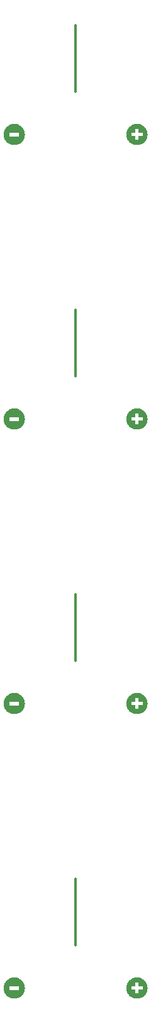
<source format=gbr>
%TF.GenerationSoftware,KiCad,Pcbnew,8.0.6*%
%TF.CreationDate,2025-04-05T09:24:32-04:00*%
%TF.ProjectId,BlindsPanel,426c696e-6473-4506-916e-656c2e6b6963,rev?*%
%TF.SameCoordinates,Original*%
%TF.FileFunction,Legend,Top*%
%TF.FilePolarity,Positive*%
%FSLAX46Y46*%
G04 Gerber Fmt 4.6, Leading zero omitted, Abs format (unit mm)*
G04 Created by KiCad (PCBNEW 8.0.6) date 2025-04-05 09:24:32*
%MOMM*%
%LPD*%
G01*
G04 APERTURE LIST*
%ADD10C,0.300000*%
%ADD11C,0.000000*%
G04 APERTURE END LIST*
D10*
X101600000Y-133350000D02*
X101600000Y-124460000D01*
D11*
G36*
X93418632Y-175735995D02*
G01*
X93491298Y-175741518D01*
X93562911Y-175750613D01*
X93633378Y-175763190D01*
X93702611Y-175779160D01*
X93770520Y-175798432D01*
X93837014Y-175820918D01*
X93902003Y-175846526D01*
X93965398Y-175875169D01*
X94027108Y-175906754D01*
X94087043Y-175941194D01*
X94145113Y-175978397D01*
X94201228Y-176018275D01*
X94255298Y-176060738D01*
X94307233Y-176105695D01*
X94356943Y-176153056D01*
X94404338Y-176202733D01*
X94449328Y-176254636D01*
X94491823Y-176308673D01*
X94531732Y-176364757D01*
X94568966Y-176422797D01*
X94603435Y-176482702D01*
X94635049Y-176544384D01*
X94663717Y-176607753D01*
X94689349Y-176672718D01*
X94711856Y-176739191D01*
X94731147Y-176807081D01*
X94747133Y-176876298D01*
X94759723Y-176946753D01*
X94768828Y-177018355D01*
X94774357Y-177091016D01*
X94776220Y-177164645D01*
X94774357Y-177238339D01*
X94768828Y-177311060D01*
X94759723Y-177382719D01*
X94747133Y-177453227D01*
X94731147Y-177522493D01*
X94711856Y-177590429D01*
X94689349Y-177656943D01*
X94663716Y-177721948D01*
X94635048Y-177785352D01*
X94603435Y-177847067D01*
X94568966Y-177907003D01*
X94531732Y-177965070D01*
X94491823Y-178021178D01*
X94449328Y-178075238D01*
X94404338Y-178127160D01*
X94356943Y-178176855D01*
X94307233Y-178224233D01*
X94255298Y-178269203D01*
X94201228Y-178311677D01*
X94145112Y-178351565D01*
X94087042Y-178388778D01*
X94027107Y-178423224D01*
X93965398Y-178454816D01*
X93902003Y-178483463D01*
X93837014Y-178509075D01*
X93770520Y-178531563D01*
X93702611Y-178550838D01*
X93633378Y-178566809D01*
X93562910Y-178579387D01*
X93491298Y-178588482D01*
X93418631Y-178594005D01*
X93345000Y-178595866D01*
X93271369Y-178594005D01*
X93198702Y-178588482D01*
X93127090Y-178579387D01*
X93056622Y-178566809D01*
X92987389Y-178550838D01*
X92919480Y-178531563D01*
X92852986Y-178509075D01*
X92787997Y-178483463D01*
X92724602Y-178454816D01*
X92662893Y-178423224D01*
X92602958Y-178388778D01*
X92544888Y-178351565D01*
X92488772Y-178311677D01*
X92434702Y-178269203D01*
X92382767Y-178224233D01*
X92333057Y-178176855D01*
X92285662Y-178127160D01*
X92240672Y-178075238D01*
X92198177Y-178021178D01*
X92158268Y-177965070D01*
X92121034Y-177907003D01*
X92086565Y-177847067D01*
X92054952Y-177785352D01*
X92026284Y-177721948D01*
X92000651Y-177656943D01*
X91978144Y-177590429D01*
X91958853Y-177522493D01*
X91942867Y-177453227D01*
X91937197Y-177421474D01*
X91930277Y-177382719D01*
X91921172Y-177311060D01*
X91915644Y-177238339D01*
X91913781Y-177164645D01*
X91915644Y-177091017D01*
X91921172Y-177018357D01*
X91930277Y-176946754D01*
X91937170Y-176908183D01*
X92690950Y-176908183D01*
X92690950Y-177421474D01*
X93999403Y-177421474D01*
X93999403Y-176908183D01*
X92690950Y-176908183D01*
X91937170Y-176908183D01*
X91942867Y-176876300D01*
X91958853Y-176807083D01*
X91978144Y-176739194D01*
X92000651Y-176672722D01*
X92026284Y-176607756D01*
X92054952Y-176544388D01*
X92086565Y-176482706D01*
X92121034Y-176422800D01*
X92158268Y-176364760D01*
X92198177Y-176308677D01*
X92240672Y-176254639D01*
X92285662Y-176202736D01*
X92333057Y-176153059D01*
X92382767Y-176105697D01*
X92434702Y-176060740D01*
X92488772Y-176018277D01*
X92544888Y-175978399D01*
X92602958Y-175941196D01*
X92662893Y-175906756D01*
X92724602Y-175875170D01*
X92787997Y-175846527D01*
X92852986Y-175820919D01*
X92919480Y-175798433D01*
X92987389Y-175779160D01*
X93056622Y-175763190D01*
X93127090Y-175750613D01*
X93198702Y-175741518D01*
X93271369Y-175735995D01*
X93345000Y-175734134D01*
X93418632Y-175735995D01*
G37*
G36*
X93418632Y-137635995D02*
G01*
X93491298Y-137641518D01*
X93562911Y-137650613D01*
X93633378Y-137663190D01*
X93702611Y-137679160D01*
X93770520Y-137698432D01*
X93837014Y-137720918D01*
X93902003Y-137746526D01*
X93965398Y-137775169D01*
X94027108Y-137806754D01*
X94087043Y-137841194D01*
X94145113Y-137878397D01*
X94201228Y-137918275D01*
X94255298Y-137960738D01*
X94307233Y-138005695D01*
X94356943Y-138053056D01*
X94404338Y-138102733D01*
X94449328Y-138154636D01*
X94491823Y-138208673D01*
X94531732Y-138264757D01*
X94568966Y-138322797D01*
X94603435Y-138382702D01*
X94635049Y-138444384D01*
X94663717Y-138507753D01*
X94689349Y-138572718D01*
X94711856Y-138639191D01*
X94731147Y-138707081D01*
X94747133Y-138776298D01*
X94759723Y-138846753D01*
X94768828Y-138918355D01*
X94774357Y-138991016D01*
X94776220Y-139064645D01*
X94774357Y-139138339D01*
X94768828Y-139211060D01*
X94759723Y-139282719D01*
X94747133Y-139353227D01*
X94731147Y-139422493D01*
X94711856Y-139490429D01*
X94689349Y-139556943D01*
X94663716Y-139621948D01*
X94635048Y-139685352D01*
X94603435Y-139747067D01*
X94568966Y-139807003D01*
X94531732Y-139865070D01*
X94491823Y-139921178D01*
X94449328Y-139975238D01*
X94404338Y-140027160D01*
X94356943Y-140076855D01*
X94307233Y-140124233D01*
X94255298Y-140169203D01*
X94201228Y-140211677D01*
X94145112Y-140251565D01*
X94087042Y-140288778D01*
X94027107Y-140323224D01*
X93965398Y-140354816D01*
X93902003Y-140383463D01*
X93837014Y-140409075D01*
X93770520Y-140431563D01*
X93702611Y-140450838D01*
X93633378Y-140466809D01*
X93562910Y-140479387D01*
X93491298Y-140488482D01*
X93418631Y-140494005D01*
X93345000Y-140495866D01*
X93271369Y-140494005D01*
X93198702Y-140488482D01*
X93127090Y-140479387D01*
X93056622Y-140466809D01*
X92987389Y-140450838D01*
X92919480Y-140431563D01*
X92852986Y-140409075D01*
X92787997Y-140383463D01*
X92724602Y-140354816D01*
X92662893Y-140323224D01*
X92602958Y-140288778D01*
X92544888Y-140251565D01*
X92488772Y-140211677D01*
X92434702Y-140169203D01*
X92382767Y-140124233D01*
X92333057Y-140076855D01*
X92285662Y-140027160D01*
X92240672Y-139975238D01*
X92198177Y-139921178D01*
X92158268Y-139865070D01*
X92121034Y-139807003D01*
X92086565Y-139747067D01*
X92054952Y-139685352D01*
X92026284Y-139621948D01*
X92000651Y-139556943D01*
X91978144Y-139490429D01*
X91958853Y-139422493D01*
X91942867Y-139353227D01*
X91937197Y-139321474D01*
X91930277Y-139282719D01*
X91921172Y-139211060D01*
X91915644Y-139138339D01*
X91913781Y-139064645D01*
X91915644Y-138991017D01*
X91921172Y-138918357D01*
X91930277Y-138846754D01*
X91937170Y-138808183D01*
X92690950Y-138808183D01*
X92690950Y-139321474D01*
X93999403Y-139321474D01*
X93999403Y-138808183D01*
X92690950Y-138808183D01*
X91937170Y-138808183D01*
X91942867Y-138776300D01*
X91958853Y-138707083D01*
X91978144Y-138639194D01*
X92000651Y-138572722D01*
X92026284Y-138507756D01*
X92054952Y-138444388D01*
X92086565Y-138382706D01*
X92121034Y-138322800D01*
X92158268Y-138264760D01*
X92198177Y-138208677D01*
X92240672Y-138154639D01*
X92285662Y-138102736D01*
X92333057Y-138053059D01*
X92382767Y-138005697D01*
X92434702Y-137960740D01*
X92488772Y-137918277D01*
X92544888Y-137878399D01*
X92602958Y-137841196D01*
X92662893Y-137806756D01*
X92724602Y-137775170D01*
X92787997Y-137746527D01*
X92852986Y-137720919D01*
X92919480Y-137698433D01*
X92987389Y-137679160D01*
X93056622Y-137663190D01*
X93127090Y-137650613D01*
X93198702Y-137641518D01*
X93271369Y-137635995D01*
X93345000Y-137634134D01*
X93418632Y-137635995D01*
G37*
G36*
X109928744Y-61435994D02*
G01*
X110001350Y-61441517D01*
X110072906Y-61450612D01*
X110143322Y-61463189D01*
X110212506Y-61479159D01*
X110280369Y-61498432D01*
X110346821Y-61520917D01*
X110411772Y-61546526D01*
X110475130Y-61575168D01*
X110536808Y-61606754D01*
X110596713Y-61641194D01*
X110654756Y-61678398D01*
X110710846Y-61718275D01*
X110764894Y-61760738D01*
X110816810Y-61805695D01*
X110866502Y-61853057D01*
X110913882Y-61902734D01*
X110958858Y-61954636D01*
X111001341Y-62008674D01*
X111041240Y-62064758D01*
X111078466Y-62122798D01*
X111112927Y-62182703D01*
X111144535Y-62244386D01*
X111173198Y-62307754D01*
X111198827Y-62372720D01*
X111221331Y-62439193D01*
X111240621Y-62507082D01*
X111256605Y-62576300D01*
X111269195Y-62646754D01*
X111278299Y-62718357D01*
X111283827Y-62791018D01*
X111285690Y-62864647D01*
X111283827Y-62938340D01*
X111278299Y-63011061D01*
X111269195Y-63082720D01*
X111256605Y-63153228D01*
X111240621Y-63222494D01*
X111221331Y-63290429D01*
X111198827Y-63356943D01*
X111173198Y-63421948D01*
X111144535Y-63485352D01*
X111112927Y-63547067D01*
X111078466Y-63607003D01*
X111041240Y-63665070D01*
X111001341Y-63721178D01*
X110958858Y-63775238D01*
X110913882Y-63827160D01*
X110866502Y-63876855D01*
X110816810Y-63924232D01*
X110764894Y-63969203D01*
X110710846Y-64011677D01*
X110654756Y-64051565D01*
X110596713Y-64088777D01*
X110536808Y-64123224D01*
X110475130Y-64154816D01*
X110411772Y-64183463D01*
X110346821Y-64209075D01*
X110280369Y-64231564D01*
X110212506Y-64250838D01*
X110143322Y-64266809D01*
X110072906Y-64279387D01*
X110001350Y-64288483D01*
X109928744Y-64294006D01*
X109855177Y-64295867D01*
X109781484Y-64294006D01*
X109708766Y-64288483D01*
X109637112Y-64279387D01*
X109566611Y-64266809D01*
X109497353Y-64250838D01*
X109429427Y-64231564D01*
X109362924Y-64209075D01*
X109297931Y-64183463D01*
X109234540Y-64154816D01*
X109172838Y-64123224D01*
X109112917Y-64088777D01*
X109054866Y-64051565D01*
X108998773Y-64011677D01*
X108944729Y-63969203D01*
X108892824Y-63924232D01*
X108843145Y-63876855D01*
X108795784Y-63827160D01*
X108750830Y-63775238D01*
X108708372Y-63721178D01*
X108668500Y-63665070D01*
X108631303Y-63607003D01*
X108596871Y-63547067D01*
X108565293Y-63485352D01*
X108536659Y-63421948D01*
X108511058Y-63356943D01*
X108488581Y-63290429D01*
X108469315Y-63222494D01*
X108453352Y-63153228D01*
X108440781Y-63082720D01*
X108439431Y-63072081D01*
X109103407Y-63072081D01*
X109649860Y-63072081D01*
X109649860Y-63615005D01*
X110064021Y-63615005D01*
X110064021Y-63072081D01*
X110606946Y-63072081D01*
X110606946Y-62657920D01*
X110064021Y-62657920D01*
X110064021Y-62114995D01*
X109649860Y-62114995D01*
X109649860Y-62657920D01*
X109103407Y-62657920D01*
X109103407Y-63072081D01*
X108439431Y-63072081D01*
X108431690Y-63011061D01*
X108426170Y-62938340D01*
X108424310Y-62864647D01*
X108426170Y-62791018D01*
X108431690Y-62718357D01*
X108439363Y-62657920D01*
X108440781Y-62646754D01*
X108453352Y-62576300D01*
X108469315Y-62507082D01*
X108488581Y-62439193D01*
X108511058Y-62372720D01*
X108536659Y-62307754D01*
X108565293Y-62244386D01*
X108596871Y-62182704D01*
X108631303Y-62122798D01*
X108668500Y-62064758D01*
X108708372Y-62008674D01*
X108750830Y-61954636D01*
X108795784Y-61902734D01*
X108843145Y-61853057D01*
X108892824Y-61805695D01*
X108944729Y-61760738D01*
X108998773Y-61718275D01*
X109054866Y-61678398D01*
X109112917Y-61641194D01*
X109172838Y-61606754D01*
X109234540Y-61575168D01*
X109297931Y-61546526D01*
X109362924Y-61520917D01*
X109429427Y-61498432D01*
X109497353Y-61479159D01*
X109566611Y-61463189D01*
X109637112Y-61450612D01*
X109708766Y-61441517D01*
X109781484Y-61435994D01*
X109855177Y-61434133D01*
X109928744Y-61435994D01*
G37*
D10*
X101600000Y-171450000D02*
X101600000Y-162560000D01*
D11*
G36*
X93418632Y-61435995D02*
G01*
X93491298Y-61441518D01*
X93562911Y-61450613D01*
X93633378Y-61463190D01*
X93702611Y-61479160D01*
X93770520Y-61498432D01*
X93837014Y-61520918D01*
X93902003Y-61546526D01*
X93965398Y-61575169D01*
X94027108Y-61606754D01*
X94087043Y-61641194D01*
X94145113Y-61678397D01*
X94201228Y-61718275D01*
X94255298Y-61760738D01*
X94307233Y-61805695D01*
X94356943Y-61853056D01*
X94404338Y-61902733D01*
X94449328Y-61954636D01*
X94491823Y-62008673D01*
X94531732Y-62064757D01*
X94568966Y-62122797D01*
X94603435Y-62182702D01*
X94635049Y-62244384D01*
X94663717Y-62307753D01*
X94689349Y-62372718D01*
X94711856Y-62439191D01*
X94731147Y-62507081D01*
X94747133Y-62576298D01*
X94759723Y-62646753D01*
X94768828Y-62718355D01*
X94774357Y-62791016D01*
X94776220Y-62864645D01*
X94774357Y-62938339D01*
X94768828Y-63011060D01*
X94759723Y-63082719D01*
X94747133Y-63153227D01*
X94731147Y-63222493D01*
X94711856Y-63290429D01*
X94689349Y-63356943D01*
X94663716Y-63421948D01*
X94635048Y-63485352D01*
X94603435Y-63547067D01*
X94568966Y-63607003D01*
X94531732Y-63665070D01*
X94491823Y-63721178D01*
X94449328Y-63775238D01*
X94404338Y-63827160D01*
X94356943Y-63876855D01*
X94307233Y-63924233D01*
X94255298Y-63969203D01*
X94201228Y-64011677D01*
X94145112Y-64051565D01*
X94087042Y-64088778D01*
X94027107Y-64123224D01*
X93965398Y-64154816D01*
X93902003Y-64183463D01*
X93837014Y-64209075D01*
X93770520Y-64231563D01*
X93702611Y-64250838D01*
X93633378Y-64266809D01*
X93562910Y-64279387D01*
X93491298Y-64288482D01*
X93418631Y-64294005D01*
X93345000Y-64295866D01*
X93271369Y-64294005D01*
X93198702Y-64288482D01*
X93127090Y-64279387D01*
X93056622Y-64266809D01*
X92987389Y-64250838D01*
X92919480Y-64231563D01*
X92852986Y-64209075D01*
X92787997Y-64183463D01*
X92724602Y-64154816D01*
X92662893Y-64123224D01*
X92602958Y-64088778D01*
X92544888Y-64051565D01*
X92488772Y-64011677D01*
X92434702Y-63969203D01*
X92382767Y-63924233D01*
X92333057Y-63876855D01*
X92285662Y-63827160D01*
X92240672Y-63775238D01*
X92198177Y-63721178D01*
X92158268Y-63665070D01*
X92121034Y-63607003D01*
X92086565Y-63547067D01*
X92054952Y-63485352D01*
X92026284Y-63421948D01*
X92000651Y-63356943D01*
X91978144Y-63290429D01*
X91958853Y-63222493D01*
X91942867Y-63153227D01*
X91937197Y-63121474D01*
X91930277Y-63082719D01*
X91921172Y-63011060D01*
X91915644Y-62938339D01*
X91913781Y-62864645D01*
X91915644Y-62791017D01*
X91921172Y-62718357D01*
X91930277Y-62646754D01*
X91937170Y-62608183D01*
X92690950Y-62608183D01*
X92690950Y-63121474D01*
X93999403Y-63121474D01*
X93999403Y-62608183D01*
X92690950Y-62608183D01*
X91937170Y-62608183D01*
X91942867Y-62576300D01*
X91958853Y-62507083D01*
X91978144Y-62439194D01*
X92000651Y-62372722D01*
X92026284Y-62307756D01*
X92054952Y-62244388D01*
X92086565Y-62182706D01*
X92121034Y-62122800D01*
X92158268Y-62064760D01*
X92198177Y-62008677D01*
X92240672Y-61954639D01*
X92285662Y-61902736D01*
X92333057Y-61853059D01*
X92382767Y-61805697D01*
X92434702Y-61760740D01*
X92488772Y-61718277D01*
X92544888Y-61678399D01*
X92602958Y-61641196D01*
X92662893Y-61606756D01*
X92724602Y-61575170D01*
X92787997Y-61546527D01*
X92852986Y-61520919D01*
X92919480Y-61498433D01*
X92987389Y-61479160D01*
X93056622Y-61463190D01*
X93127090Y-61450613D01*
X93198702Y-61441518D01*
X93271369Y-61435995D01*
X93345000Y-61434134D01*
X93418632Y-61435995D01*
G37*
D10*
X101600000Y-57150000D02*
X101600000Y-48260000D01*
X101600000Y-95250000D02*
X101600000Y-86360000D01*
D11*
G36*
X109928744Y-175735994D02*
G01*
X110001350Y-175741517D01*
X110072906Y-175750612D01*
X110143322Y-175763189D01*
X110212506Y-175779159D01*
X110280369Y-175798432D01*
X110346821Y-175820917D01*
X110411772Y-175846526D01*
X110475130Y-175875168D01*
X110536808Y-175906754D01*
X110596713Y-175941194D01*
X110654756Y-175978398D01*
X110710846Y-176018275D01*
X110764894Y-176060738D01*
X110816810Y-176105695D01*
X110866502Y-176153057D01*
X110913882Y-176202734D01*
X110958858Y-176254636D01*
X111001341Y-176308674D01*
X111041240Y-176364758D01*
X111078466Y-176422798D01*
X111112927Y-176482703D01*
X111144535Y-176544386D01*
X111173198Y-176607754D01*
X111198827Y-176672720D01*
X111221331Y-176739193D01*
X111240621Y-176807082D01*
X111256605Y-176876300D01*
X111269195Y-176946754D01*
X111278299Y-177018357D01*
X111283827Y-177091018D01*
X111285690Y-177164647D01*
X111283827Y-177238340D01*
X111278299Y-177311061D01*
X111269195Y-177382720D01*
X111256605Y-177453228D01*
X111240621Y-177522494D01*
X111221331Y-177590429D01*
X111198827Y-177656943D01*
X111173198Y-177721948D01*
X111144535Y-177785352D01*
X111112927Y-177847067D01*
X111078466Y-177907003D01*
X111041240Y-177965070D01*
X111001341Y-178021178D01*
X110958858Y-178075238D01*
X110913882Y-178127160D01*
X110866502Y-178176855D01*
X110816810Y-178224232D01*
X110764894Y-178269203D01*
X110710846Y-178311677D01*
X110654756Y-178351565D01*
X110596713Y-178388777D01*
X110536808Y-178423224D01*
X110475130Y-178454816D01*
X110411772Y-178483463D01*
X110346821Y-178509075D01*
X110280369Y-178531564D01*
X110212506Y-178550838D01*
X110143322Y-178566809D01*
X110072906Y-178579387D01*
X110001350Y-178588483D01*
X109928744Y-178594006D01*
X109855177Y-178595867D01*
X109781484Y-178594006D01*
X109708766Y-178588483D01*
X109637112Y-178579387D01*
X109566611Y-178566809D01*
X109497353Y-178550838D01*
X109429427Y-178531564D01*
X109362924Y-178509075D01*
X109297931Y-178483463D01*
X109234540Y-178454816D01*
X109172838Y-178423224D01*
X109112917Y-178388777D01*
X109054866Y-178351565D01*
X108998773Y-178311677D01*
X108944729Y-178269203D01*
X108892824Y-178224232D01*
X108843145Y-178176855D01*
X108795784Y-178127160D01*
X108750830Y-178075238D01*
X108708372Y-178021178D01*
X108668500Y-177965070D01*
X108631303Y-177907003D01*
X108596871Y-177847067D01*
X108565293Y-177785352D01*
X108536659Y-177721948D01*
X108511058Y-177656943D01*
X108488581Y-177590429D01*
X108469315Y-177522494D01*
X108453352Y-177453228D01*
X108440781Y-177382720D01*
X108439431Y-177372081D01*
X109103407Y-177372081D01*
X109649860Y-177372081D01*
X109649860Y-177915005D01*
X110064021Y-177915005D01*
X110064021Y-177372081D01*
X110606946Y-177372081D01*
X110606946Y-176957920D01*
X110064021Y-176957920D01*
X110064021Y-176414995D01*
X109649860Y-176414995D01*
X109649860Y-176957920D01*
X109103407Y-176957920D01*
X109103407Y-177372081D01*
X108439431Y-177372081D01*
X108431690Y-177311061D01*
X108426170Y-177238340D01*
X108424310Y-177164647D01*
X108426170Y-177091018D01*
X108431690Y-177018357D01*
X108439363Y-176957920D01*
X108440781Y-176946754D01*
X108453352Y-176876300D01*
X108469315Y-176807082D01*
X108488581Y-176739193D01*
X108511058Y-176672720D01*
X108536659Y-176607754D01*
X108565293Y-176544386D01*
X108596871Y-176482704D01*
X108631303Y-176422798D01*
X108668500Y-176364758D01*
X108708372Y-176308674D01*
X108750830Y-176254636D01*
X108795784Y-176202734D01*
X108843145Y-176153057D01*
X108892824Y-176105695D01*
X108944729Y-176060738D01*
X108998773Y-176018275D01*
X109054866Y-175978398D01*
X109112917Y-175941194D01*
X109172838Y-175906754D01*
X109234540Y-175875168D01*
X109297931Y-175846526D01*
X109362924Y-175820917D01*
X109429427Y-175798432D01*
X109497353Y-175779159D01*
X109566611Y-175763189D01*
X109637112Y-175750612D01*
X109708766Y-175741517D01*
X109781484Y-175735994D01*
X109855177Y-175734133D01*
X109928744Y-175735994D01*
G37*
G36*
X109928744Y-137635994D02*
G01*
X110001350Y-137641517D01*
X110072906Y-137650612D01*
X110143322Y-137663189D01*
X110212506Y-137679159D01*
X110280369Y-137698432D01*
X110346821Y-137720917D01*
X110411772Y-137746526D01*
X110475130Y-137775168D01*
X110536808Y-137806754D01*
X110596713Y-137841194D01*
X110654756Y-137878398D01*
X110710846Y-137918275D01*
X110764894Y-137960738D01*
X110816810Y-138005695D01*
X110866502Y-138053057D01*
X110913882Y-138102734D01*
X110958858Y-138154636D01*
X111001341Y-138208674D01*
X111041240Y-138264758D01*
X111078466Y-138322798D01*
X111112927Y-138382703D01*
X111144535Y-138444386D01*
X111173198Y-138507754D01*
X111198827Y-138572720D01*
X111221331Y-138639193D01*
X111240621Y-138707082D01*
X111256605Y-138776300D01*
X111269195Y-138846754D01*
X111278299Y-138918357D01*
X111283827Y-138991018D01*
X111285690Y-139064647D01*
X111283827Y-139138340D01*
X111278299Y-139211061D01*
X111269195Y-139282720D01*
X111256605Y-139353228D01*
X111240621Y-139422494D01*
X111221331Y-139490429D01*
X111198827Y-139556943D01*
X111173198Y-139621948D01*
X111144535Y-139685352D01*
X111112927Y-139747067D01*
X111078466Y-139807003D01*
X111041240Y-139865070D01*
X111001341Y-139921178D01*
X110958858Y-139975238D01*
X110913882Y-140027160D01*
X110866502Y-140076855D01*
X110816810Y-140124232D01*
X110764894Y-140169203D01*
X110710846Y-140211677D01*
X110654756Y-140251565D01*
X110596713Y-140288777D01*
X110536808Y-140323224D01*
X110475130Y-140354816D01*
X110411772Y-140383463D01*
X110346821Y-140409075D01*
X110280369Y-140431564D01*
X110212506Y-140450838D01*
X110143322Y-140466809D01*
X110072906Y-140479387D01*
X110001350Y-140488483D01*
X109928744Y-140494006D01*
X109855177Y-140495867D01*
X109781484Y-140494006D01*
X109708766Y-140488483D01*
X109637112Y-140479387D01*
X109566611Y-140466809D01*
X109497353Y-140450838D01*
X109429427Y-140431564D01*
X109362924Y-140409075D01*
X109297931Y-140383463D01*
X109234540Y-140354816D01*
X109172838Y-140323224D01*
X109112917Y-140288777D01*
X109054866Y-140251565D01*
X108998773Y-140211677D01*
X108944729Y-140169203D01*
X108892824Y-140124232D01*
X108843145Y-140076855D01*
X108795784Y-140027160D01*
X108750830Y-139975238D01*
X108708372Y-139921178D01*
X108668500Y-139865070D01*
X108631303Y-139807003D01*
X108596871Y-139747067D01*
X108565293Y-139685352D01*
X108536659Y-139621948D01*
X108511058Y-139556943D01*
X108488581Y-139490429D01*
X108469315Y-139422494D01*
X108453352Y-139353228D01*
X108440781Y-139282720D01*
X108439431Y-139272081D01*
X109103407Y-139272081D01*
X109649860Y-139272081D01*
X109649860Y-139815005D01*
X110064021Y-139815005D01*
X110064021Y-139272081D01*
X110606946Y-139272081D01*
X110606946Y-138857920D01*
X110064021Y-138857920D01*
X110064021Y-138314995D01*
X109649860Y-138314995D01*
X109649860Y-138857920D01*
X109103407Y-138857920D01*
X109103407Y-139272081D01*
X108439431Y-139272081D01*
X108431690Y-139211061D01*
X108426170Y-139138340D01*
X108424310Y-139064647D01*
X108426170Y-138991018D01*
X108431690Y-138918357D01*
X108439363Y-138857920D01*
X108440781Y-138846754D01*
X108453352Y-138776300D01*
X108469315Y-138707082D01*
X108488581Y-138639193D01*
X108511058Y-138572720D01*
X108536659Y-138507754D01*
X108565293Y-138444386D01*
X108596871Y-138382704D01*
X108631303Y-138322798D01*
X108668500Y-138264758D01*
X108708372Y-138208674D01*
X108750830Y-138154636D01*
X108795784Y-138102734D01*
X108843145Y-138053057D01*
X108892824Y-138005695D01*
X108944729Y-137960738D01*
X108998773Y-137918275D01*
X109054866Y-137878398D01*
X109112917Y-137841194D01*
X109172838Y-137806754D01*
X109234540Y-137775168D01*
X109297931Y-137746526D01*
X109362924Y-137720917D01*
X109429427Y-137698432D01*
X109497353Y-137679159D01*
X109566611Y-137663189D01*
X109637112Y-137650612D01*
X109708766Y-137641517D01*
X109781484Y-137635994D01*
X109855177Y-137634133D01*
X109928744Y-137635994D01*
G37*
G36*
X109928744Y-99535994D02*
G01*
X110001350Y-99541517D01*
X110072906Y-99550612D01*
X110143322Y-99563189D01*
X110212506Y-99579159D01*
X110280369Y-99598432D01*
X110346821Y-99620917D01*
X110411772Y-99646526D01*
X110475130Y-99675168D01*
X110536808Y-99706754D01*
X110596713Y-99741194D01*
X110654756Y-99778398D01*
X110710846Y-99818275D01*
X110764894Y-99860738D01*
X110816810Y-99905695D01*
X110866502Y-99953057D01*
X110913882Y-100002734D01*
X110958858Y-100054636D01*
X111001341Y-100108674D01*
X111041240Y-100164758D01*
X111078466Y-100222798D01*
X111112927Y-100282703D01*
X111144535Y-100344386D01*
X111173198Y-100407754D01*
X111198827Y-100472720D01*
X111221331Y-100539193D01*
X111240621Y-100607082D01*
X111256605Y-100676300D01*
X111269195Y-100746754D01*
X111278299Y-100818357D01*
X111283827Y-100891018D01*
X111285690Y-100964647D01*
X111283827Y-101038340D01*
X111278299Y-101111061D01*
X111269195Y-101182720D01*
X111256605Y-101253228D01*
X111240621Y-101322494D01*
X111221331Y-101390429D01*
X111198827Y-101456943D01*
X111173198Y-101521948D01*
X111144535Y-101585352D01*
X111112927Y-101647067D01*
X111078466Y-101707003D01*
X111041240Y-101765070D01*
X111001341Y-101821178D01*
X110958858Y-101875238D01*
X110913882Y-101927160D01*
X110866502Y-101976855D01*
X110816810Y-102024232D01*
X110764894Y-102069203D01*
X110710846Y-102111677D01*
X110654756Y-102151565D01*
X110596713Y-102188777D01*
X110536808Y-102223224D01*
X110475130Y-102254816D01*
X110411772Y-102283463D01*
X110346821Y-102309075D01*
X110280369Y-102331564D01*
X110212506Y-102350838D01*
X110143322Y-102366809D01*
X110072906Y-102379387D01*
X110001350Y-102388483D01*
X109928744Y-102394006D01*
X109855177Y-102395867D01*
X109781484Y-102394006D01*
X109708766Y-102388483D01*
X109637112Y-102379387D01*
X109566611Y-102366809D01*
X109497353Y-102350838D01*
X109429427Y-102331564D01*
X109362924Y-102309075D01*
X109297931Y-102283463D01*
X109234540Y-102254816D01*
X109172838Y-102223224D01*
X109112917Y-102188777D01*
X109054866Y-102151565D01*
X108998773Y-102111677D01*
X108944729Y-102069203D01*
X108892824Y-102024232D01*
X108843145Y-101976855D01*
X108795784Y-101927160D01*
X108750830Y-101875238D01*
X108708372Y-101821178D01*
X108668500Y-101765070D01*
X108631303Y-101707003D01*
X108596871Y-101647067D01*
X108565293Y-101585352D01*
X108536659Y-101521948D01*
X108511058Y-101456943D01*
X108488581Y-101390429D01*
X108469315Y-101322494D01*
X108453352Y-101253228D01*
X108440781Y-101182720D01*
X108439431Y-101172081D01*
X109103407Y-101172081D01*
X109649860Y-101172081D01*
X109649860Y-101715005D01*
X110064021Y-101715005D01*
X110064021Y-101172081D01*
X110606946Y-101172081D01*
X110606946Y-100757920D01*
X110064021Y-100757920D01*
X110064021Y-100214995D01*
X109649860Y-100214995D01*
X109649860Y-100757920D01*
X109103407Y-100757920D01*
X109103407Y-101172081D01*
X108439431Y-101172081D01*
X108431690Y-101111061D01*
X108426170Y-101038340D01*
X108424310Y-100964647D01*
X108426170Y-100891018D01*
X108431690Y-100818357D01*
X108439363Y-100757920D01*
X108440781Y-100746754D01*
X108453352Y-100676300D01*
X108469315Y-100607082D01*
X108488581Y-100539193D01*
X108511058Y-100472720D01*
X108536659Y-100407754D01*
X108565293Y-100344386D01*
X108596871Y-100282704D01*
X108631303Y-100222798D01*
X108668500Y-100164758D01*
X108708372Y-100108674D01*
X108750830Y-100054636D01*
X108795784Y-100002734D01*
X108843145Y-99953057D01*
X108892824Y-99905695D01*
X108944729Y-99860738D01*
X108998773Y-99818275D01*
X109054866Y-99778398D01*
X109112917Y-99741194D01*
X109172838Y-99706754D01*
X109234540Y-99675168D01*
X109297931Y-99646526D01*
X109362924Y-99620917D01*
X109429427Y-99598432D01*
X109497353Y-99579159D01*
X109566611Y-99563189D01*
X109637112Y-99550612D01*
X109708766Y-99541517D01*
X109781484Y-99535994D01*
X109855177Y-99534133D01*
X109928744Y-99535994D01*
G37*
G36*
X93418632Y-99535995D02*
G01*
X93491298Y-99541518D01*
X93562911Y-99550613D01*
X93633378Y-99563190D01*
X93702611Y-99579160D01*
X93770520Y-99598432D01*
X93837014Y-99620918D01*
X93902003Y-99646526D01*
X93965398Y-99675169D01*
X94027108Y-99706754D01*
X94087043Y-99741194D01*
X94145113Y-99778397D01*
X94201228Y-99818275D01*
X94255298Y-99860738D01*
X94307233Y-99905695D01*
X94356943Y-99953056D01*
X94404338Y-100002733D01*
X94449328Y-100054636D01*
X94491823Y-100108673D01*
X94531732Y-100164757D01*
X94568966Y-100222797D01*
X94603435Y-100282702D01*
X94635049Y-100344384D01*
X94663717Y-100407753D01*
X94689349Y-100472718D01*
X94711856Y-100539191D01*
X94731147Y-100607081D01*
X94747133Y-100676298D01*
X94759723Y-100746753D01*
X94768828Y-100818355D01*
X94774357Y-100891016D01*
X94776220Y-100964645D01*
X94774357Y-101038339D01*
X94768828Y-101111060D01*
X94759723Y-101182719D01*
X94747133Y-101253227D01*
X94731147Y-101322493D01*
X94711856Y-101390429D01*
X94689349Y-101456943D01*
X94663716Y-101521948D01*
X94635048Y-101585352D01*
X94603435Y-101647067D01*
X94568966Y-101707003D01*
X94531732Y-101765070D01*
X94491823Y-101821178D01*
X94449328Y-101875238D01*
X94404338Y-101927160D01*
X94356943Y-101976855D01*
X94307233Y-102024233D01*
X94255298Y-102069203D01*
X94201228Y-102111677D01*
X94145112Y-102151565D01*
X94087042Y-102188778D01*
X94027107Y-102223224D01*
X93965398Y-102254816D01*
X93902003Y-102283463D01*
X93837014Y-102309075D01*
X93770520Y-102331563D01*
X93702611Y-102350838D01*
X93633378Y-102366809D01*
X93562910Y-102379387D01*
X93491298Y-102388482D01*
X93418631Y-102394005D01*
X93345000Y-102395866D01*
X93271369Y-102394005D01*
X93198702Y-102388482D01*
X93127090Y-102379387D01*
X93056622Y-102366809D01*
X92987389Y-102350838D01*
X92919480Y-102331563D01*
X92852986Y-102309075D01*
X92787997Y-102283463D01*
X92724602Y-102254816D01*
X92662893Y-102223224D01*
X92602958Y-102188778D01*
X92544888Y-102151565D01*
X92488772Y-102111677D01*
X92434702Y-102069203D01*
X92382767Y-102024233D01*
X92333057Y-101976855D01*
X92285662Y-101927160D01*
X92240672Y-101875238D01*
X92198177Y-101821178D01*
X92158268Y-101765070D01*
X92121034Y-101707003D01*
X92086565Y-101647067D01*
X92054952Y-101585352D01*
X92026284Y-101521948D01*
X92000651Y-101456943D01*
X91978144Y-101390429D01*
X91958853Y-101322493D01*
X91942867Y-101253227D01*
X91937197Y-101221474D01*
X91930277Y-101182719D01*
X91921172Y-101111060D01*
X91915644Y-101038339D01*
X91913781Y-100964645D01*
X91915644Y-100891017D01*
X91921172Y-100818357D01*
X91930277Y-100746754D01*
X91937170Y-100708183D01*
X92690950Y-100708183D01*
X92690950Y-101221474D01*
X93999403Y-101221474D01*
X93999403Y-100708183D01*
X92690950Y-100708183D01*
X91937170Y-100708183D01*
X91942867Y-100676300D01*
X91958853Y-100607083D01*
X91978144Y-100539194D01*
X92000651Y-100472722D01*
X92026284Y-100407756D01*
X92054952Y-100344388D01*
X92086565Y-100282706D01*
X92121034Y-100222800D01*
X92158268Y-100164760D01*
X92198177Y-100108677D01*
X92240672Y-100054639D01*
X92285662Y-100002736D01*
X92333057Y-99953059D01*
X92382767Y-99905697D01*
X92434702Y-99860740D01*
X92488772Y-99818277D01*
X92544888Y-99778399D01*
X92602958Y-99741196D01*
X92662893Y-99706756D01*
X92724602Y-99675170D01*
X92787997Y-99646527D01*
X92852986Y-99620919D01*
X92919480Y-99598433D01*
X92987389Y-99579160D01*
X93056622Y-99563190D01*
X93127090Y-99550613D01*
X93198702Y-99541518D01*
X93271369Y-99535995D01*
X93345000Y-99534134D01*
X93418632Y-99535995D01*
G37*
M02*

</source>
